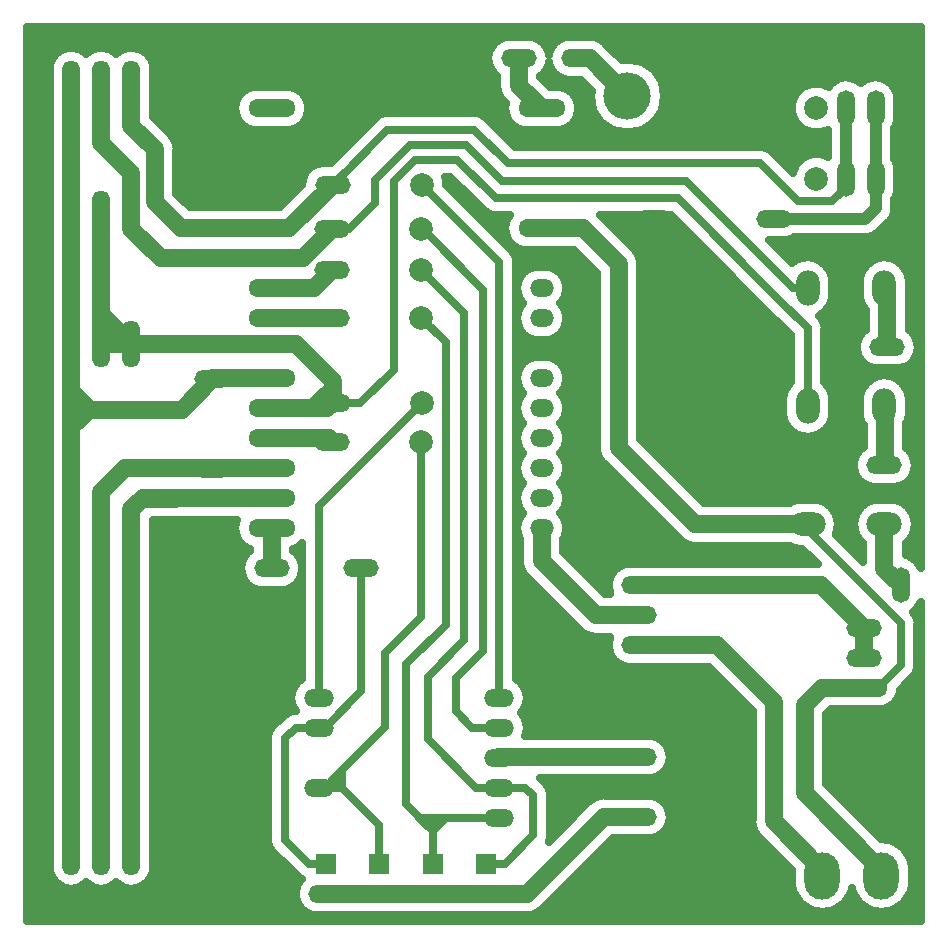
<source format=gbr>
G04 #@! TF.GenerationSoftware,KiCad,Pcbnew,5.0.0*
G04 #@! TF.CreationDate,2018-10-14T14:04:32-03:00*
G04 #@! TF.ProjectId,ShieldIoT-IFSP,536869656C64496F542D494653502E6B,3.4*
G04 #@! TF.SameCoordinates,Original*
G04 #@! TF.FileFunction,Copper,L2,Bot,Signal*
G04 #@! TF.FilePolarity,Positive*
%FSLAX46Y46*%
G04 Gerber Fmt 4.6, Leading zero omitted, Abs format (unit mm)*
G04 Created by KiCad (PCBNEW 5.0.0) date Sun Oct 14 14:04:32 2018*
%MOMM*%
%LPD*%
G01*
G04 APERTURE LIST*
G04 #@! TA.AperFunction,ComponentPad*
%ADD10O,3.000000X2.000000*%
G04 #@! TD*
G04 #@! TA.AperFunction,ComponentPad*
%ADD11O,4.000000X1.500000*%
G04 #@! TD*
G04 #@! TA.AperFunction,ComponentPad*
%ADD12O,2.000000X1.500000*%
G04 #@! TD*
G04 #@! TA.AperFunction,ComponentPad*
%ADD13C,2.000000*%
G04 #@! TD*
G04 #@! TA.AperFunction,ComponentPad*
%ADD14O,1.500000X3.000000*%
G04 #@! TD*
G04 #@! TA.AperFunction,ComponentPad*
%ADD15O,4.000000X4.000000*%
G04 #@! TD*
G04 #@! TA.AperFunction,ComponentPad*
%ADD16O,2.524000X1.524000*%
G04 #@! TD*
G04 #@! TA.AperFunction,ComponentPad*
%ADD17O,3.000000X1.500000*%
G04 #@! TD*
G04 #@! TA.AperFunction,ComponentPad*
%ADD18O,2.999740X4.000500*%
G04 #@! TD*
G04 #@! TA.AperFunction,ComponentPad*
%ADD19R,1.800000X1.800000*%
G04 #@! TD*
G04 #@! TA.AperFunction,ComponentPad*
%ADD20O,1.500000X4.000000*%
G04 #@! TD*
G04 #@! TA.AperFunction,ComponentPad*
%ADD21O,2.000000X3.000000*%
G04 #@! TD*
G04 #@! TA.AperFunction,Conductor*
%ADD22C,1.500000*%
G04 #@! TD*
G04 #@! TA.AperFunction,Conductor*
%ADD23C,0.700000*%
G04 #@! TD*
G04 #@! TA.AperFunction,Conductor*
%ADD24C,0.500000*%
G04 #@! TD*
G04 #@! TA.AperFunction,Conductor*
%ADD25C,1.000000*%
G04 #@! TD*
G04 #@! TA.AperFunction,Conductor*
%ADD26C,2.000000*%
G04 #@! TD*
G04 APERTURE END LIST*
D10*
G04 #@! TO.P,SW4,1*
G04 #@! TO.N,+3V3*
X80250000Y-56250000D03*
G04 #@! TO.P,SW4,2*
G04 #@! TO.N,Net-(R1-Pad1)*
X86750000Y-56250000D03*
G04 #@! TD*
D11*
G04 #@! TO.P,IC1,3V3*
G04 #@! TO.N,+3V3*
X34870000Y-21040000D03*
G04 #@! TO.P,IC1,GND*
G04 #@! TO.N,Earth*
X34870000Y-23580000D03*
G04 #@! TO.P,IC1,D0*
G04 #@! TO.N,GPIO16*
X34870000Y-56600000D03*
G04 #@! TO.P,IC1,D1*
G04 #@! TO.N,SCL*
X34870000Y-54060000D03*
G04 #@! TO.P,IC1,D2*
G04 #@! TO.N,SDA*
X34870000Y-51520000D03*
G04 #@! TO.P,IC1,D3*
G04 #@! TO.N,GPIO0*
X34870000Y-48980000D03*
G04 #@! TO.P,IC1,D4*
G04 #@! TO.N,GPIO2*
X34870000Y-46440000D03*
G04 #@! TO.P,IC1,3V3*
G04 #@! TO.N,+3V3*
X34870000Y-43900000D03*
G04 #@! TO.P,IC1,D5*
G04 #@! TO.N,GPIO14*
X34870000Y-38820000D03*
G04 #@! TO.P,IC1,D6*
G04 #@! TO.N,GPIO12*
X34870000Y-36280000D03*
G04 #@! TO.P,IC1,D7*
G04 #@! TO.N,GPIO13*
X34870000Y-33740000D03*
G04 #@! TO.P,IC1,D8*
G04 #@! TO.N,GPIO15*
X34870000Y-31200000D03*
G04 #@! TO.P,IC1,VIN*
G04 #@! TO.N,VCC*
X57730000Y-21040000D03*
G04 #@! TO.P,IC1,GND*
G04 #@! TO.N,Earth*
X57730000Y-23580000D03*
G04 #@! TO.P,IC1,3V3*
G04 #@! TO.N,+3V3*
X57730000Y-31200000D03*
G04 #@! TO.P,IC1,GND*
G04 #@! TO.N,Earth*
X57730000Y-33740000D03*
D12*
G04 #@! TO.P,IC1,CLK*
G04 #@! TO.N,Net-(IC1-PadCLK)*
X57730000Y-36280000D03*
G04 #@! TO.P,IC1,SD0*
G04 #@! TO.N,Net-(IC1-PadSD0)*
X57730000Y-38820000D03*
G04 #@! TO.P,IC1,SD1*
G04 #@! TO.N,Net-(IC1-PadSD1)*
X57730000Y-43900000D03*
G04 #@! TO.P,IC1,SD2*
G04 #@! TO.N,Net-(IC1-PadSD2)*
X57730000Y-46440000D03*
G04 #@! TO.P,IC1,SD3*
G04 #@! TO.N,Net-(IC1-PadSD3)*
X57730000Y-48980000D03*
G04 #@! TO.P,IC1,R2*
G04 #@! TO.N,Net-(IC1-PadR2)*
X57730000Y-51520000D03*
G04 #@! TO.P,IC1,R1*
G04 #@! TO.N,Net-(IC1-PadR1)*
X57730000Y-54060000D03*
G04 #@! TO.P,IC1,A0*
G04 #@! TO.N,ADC0*
X57730000Y-56600000D03*
G04 #@! TD*
D13*
G04 #@! TO.P,SW3,1*
G04 #@! TO.N,Net-(SW3-Pad1)*
X81000000Y-27000000D03*
D14*
G04 #@! TO.P,SW3,2*
G04 #@! TO.N,GPIO15*
X83500000Y-27000000D03*
G04 #@! TO.P,SW3,3*
G04 #@! TO.N,Net-(R4-Pad1)*
X86000000Y-27000000D03*
G04 #@! TO.P,SW3,4*
X86000000Y-21000000D03*
G04 #@! TO.P,SW3,5*
G04 #@! TO.N,GPIO15*
X83500000Y-21000000D03*
D13*
G04 #@! TO.P,SW3,6*
G04 #@! TO.N,Net-(SW3-Pad6)*
X81000000Y-21000000D03*
G04 #@! TD*
D15*
G04 #@! TO.P,J1,1*
G04 #@! TO.N,Net-(D5-Pad2)*
X65000000Y-20000000D03*
G04 #@! TO.P,J1,2*
G04 #@! TO.N,Earth*
X70000000Y-20000000D03*
G04 #@! TD*
D16*
G04 #@! TO.P,U1,10*
G04 #@! TO.N,G*
X54120000Y-70920000D03*
G04 #@! TO.P,U1,9*
G04 #@! TO.N,F*
X54120000Y-73460000D03*
G04 #@! TO.P,U1,8*
G04 #@! TO.N,LCD7*
X54120000Y-76000000D03*
G04 #@! TO.P,U1,7*
G04 #@! TO.N,A*
X54120000Y-78540000D03*
G04 #@! TO.P,U1,6*
G04 #@! TO.N,B*
X54120000Y-81080000D03*
G04 #@! TO.P,U1,4*
G04 #@! TO.N,C*
X38880000Y-78540000D03*
G04 #@! TO.P,U1,2*
G04 #@! TO.N,D*
X38880000Y-73460000D03*
G04 #@! TO.P,U1,1*
G04 #@! TO.N,E*
X38880000Y-70920000D03*
G04 #@! TD*
D17*
G04 #@! TO.P,J5,1*
G04 #@! TO.N,VAIN*
X85000000Y-65000000D03*
G04 #@! TO.P,J5,2*
X85000000Y-67540000D03*
D11*
G04 #@! TO.P,J5,3*
G04 #@! TO.N,+3V3*
X85000000Y-70080000D03*
G04 #@! TO.P,J5,4*
G04 #@! TO.N,Earth*
X85000000Y-72620000D03*
G04 #@! TD*
D17*
G04 #@! TO.P,JP2,3*
G04 #@! TO.N,LCD7*
X66000000Y-75960000D03*
G04 #@! TO.P,JP2,2*
G04 #@! TO.N,Earth*
X66000000Y-78500000D03*
G04 #@! TO.P,JP2,1*
G04 #@! TO.N,LED*
X66000000Y-81040000D03*
G04 #@! TD*
G04 #@! TO.P,JP1,3*
G04 #@! TO.N,VAIN*
X66000000Y-61420000D03*
G04 #@! TO.P,JP1,2*
G04 #@! TO.N,ADC0*
X66000000Y-63960000D03*
G04 #@! TO.P,JP1,1*
G04 #@! TO.N,POT*
X66000000Y-66500000D03*
G04 #@! TD*
D18*
G04 #@! TO.P,RV1,2*
G04 #@! TO.N,POT*
X81498740Y-86000000D03*
G04 #@! TO.P,RV1,3*
G04 #@! TO.N,Earth*
X76497480Y-86000000D03*
G04 #@! TO.P,RV1,1*
G04 #@! TO.N,+3V3*
X86500000Y-86000000D03*
G04 #@! TD*
D17*
G04 #@! TO.P,R11,1*
G04 #@! TO.N,GPIO15*
X40040640Y-27500000D03*
D13*
G04 #@! TO.P,R11,2*
G04 #@! TO.N,G*
X47600000Y-27500000D03*
G04 #@! TD*
D17*
G04 #@! TO.P,R10,1*
G04 #@! TO.N,GPIO13*
X40000000Y-31250000D03*
D13*
G04 #@! TO.P,R10,2*
G04 #@! TO.N,F*
X47559360Y-31250000D03*
G04 #@! TD*
D17*
G04 #@! TO.P,R5,1*
G04 #@! TO.N,GPIO12*
X40000000Y-34750000D03*
D13*
G04 #@! TO.P,R5,2*
G04 #@! TO.N,A*
X47559360Y-34750000D03*
G04 #@! TD*
D17*
G04 #@! TO.P,R6,1*
G04 #@! TO.N,GPIO14*
X40000000Y-38750000D03*
D13*
G04 #@! TO.P,R6,2*
G04 #@! TO.N,B*
X47559360Y-38750000D03*
G04 #@! TD*
D17*
G04 #@! TO.P,R9,1*
G04 #@! TO.N,GPIO2*
X40040640Y-46000000D03*
D13*
G04 #@! TO.P,R9,2*
G04 #@! TO.N,E*
X47600000Y-46000000D03*
G04 #@! TD*
D17*
G04 #@! TO.P,R8,e*
G04 #@! TO.N,N/C*
X34874200Y-59994800D03*
X42433560Y-59994800D03*
G04 #@! TD*
G04 #@! TO.P,R7,1*
G04 #@! TO.N,GPIO0*
X40000000Y-49250000D03*
D13*
G04 #@! TO.P,R7,2*
G04 #@! TO.N,C*
X47559360Y-49250000D03*
G04 #@! TD*
D17*
G04 #@! TO.P,R2,1*
G04 #@! TO.N,+3V3*
X29800000Y-43990640D03*
G04 #@! TO.P,R2,2*
G04 #@! TO.N,SDA*
X29800000Y-51550000D03*
G04 #@! TD*
G04 #@! TO.P,R3,1*
G04 #@! TO.N,+3V3*
X26000000Y-46540640D03*
G04 #@! TO.P,R3,2*
G04 #@! TO.N,SCL*
X26000000Y-54100000D03*
G04 #@! TD*
D19*
G04 #@! TO.P,D4,1*
G04 #@! TO.N,A*
X53000000Y-85000000D03*
D17*
G04 #@! TO.P,D4,2*
G04 #@! TO.N,LED*
X53000000Y-87540000D03*
G04 #@! TD*
D19*
G04 #@! TO.P,D3,1*
G04 #@! TO.N,B*
X48500000Y-85000000D03*
D17*
G04 #@! TO.P,D3,2*
G04 #@! TO.N,LED*
X48500000Y-87540000D03*
G04 #@! TD*
D19*
G04 #@! TO.P,D2,1*
G04 #@! TO.N,C*
X44000000Y-85000000D03*
D17*
G04 #@! TO.P,D2,2*
G04 #@! TO.N,LED*
X44000000Y-87540000D03*
G04 #@! TD*
D19*
G04 #@! TO.P,D1,1*
G04 #@! TO.N,D*
X39500000Y-85000000D03*
D17*
G04 #@! TO.P,D1,2*
G04 #@! TO.N,LED*
X39500000Y-87540000D03*
G04 #@! TD*
D20*
G04 #@! TO.P,J3,1*
G04 #@! TO.N,SCL*
X23000000Y-84000000D03*
G04 #@! TO.P,J3,2*
G04 #@! TO.N,SDA*
X20460000Y-84000000D03*
G04 #@! TO.P,J3,3*
G04 #@! TO.N,+3V3*
X17920000Y-84000000D03*
G04 #@! TO.P,J3,4*
G04 #@! TO.N,Earth*
X15380000Y-84000000D03*
G04 #@! TD*
G04 #@! TO.P,J2,1*
G04 #@! TO.N,SCL*
X23000000Y-73000000D03*
G04 #@! TO.P,J2,2*
G04 #@! TO.N,SDA*
X20460000Y-73000000D03*
G04 #@! TO.P,J2,3*
G04 #@! TO.N,+3V3*
X17920000Y-73000000D03*
G04 #@! TO.P,J2,4*
G04 #@! TO.N,Earth*
X15380000Y-73000000D03*
G04 #@! TD*
G04 #@! TO.P,J4,1*
G04 #@! TO.N,SCL*
X23000000Y-62000000D03*
G04 #@! TO.P,J4,2*
G04 #@! TO.N,SDA*
X20460000Y-62000000D03*
G04 #@! TO.P,J4,3*
G04 #@! TO.N,+3V3*
X17920000Y-62000000D03*
G04 #@! TO.P,J4,4*
G04 #@! TO.N,Earth*
X15380000Y-62000000D03*
G04 #@! TD*
G04 #@! TO.P,J8,1*
G04 #@! TO.N,GPIO2*
X23000000Y-41000000D03*
G04 #@! TO.P,J8,2*
X20460000Y-41000000D03*
G04 #@! TO.P,J8,3*
G04 #@! TO.N,+3V3*
X17920000Y-41000000D03*
G04 #@! TO.P,J8,4*
G04 #@! TO.N,Earth*
X15380000Y-41000000D03*
G04 #@! TD*
G04 #@! TO.P,J7,1*
G04 #@! TO.N,GPIO13*
X23000000Y-30000000D03*
G04 #@! TO.P,J7,2*
G04 #@! TO.N,GPIO2*
X20460000Y-30000000D03*
G04 #@! TO.P,J7,3*
G04 #@! TO.N,+3V3*
X17920000Y-30000000D03*
G04 #@! TO.P,J7,4*
G04 #@! TO.N,Earth*
X15380000Y-30000000D03*
G04 #@! TD*
G04 #@! TO.P,J6,1*
G04 #@! TO.N,GPIO15*
X23000000Y-19000000D03*
G04 #@! TO.P,J6,2*
G04 #@! TO.N,GPIO13*
X20460000Y-19000000D03*
G04 #@! TO.P,J6,3*
G04 #@! TO.N,+3V3*
X17920000Y-19000000D03*
G04 #@! TO.P,J6,4*
G04 #@! TO.N,Earth*
X15380000Y-19000000D03*
G04 #@! TD*
D17*
G04 #@! TO.P,D5,2*
G04 #@! TO.N,Net-(D5-Pad2)*
X60880000Y-16800000D03*
G04 #@! TO.P,D5,1*
G04 #@! TO.N,VCC*
X55800000Y-16800000D03*
G04 #@! TD*
G04 #@! TO.P,R4,2*
G04 #@! TO.N,Earth*
X67240000Y-30400000D03*
G04 #@! TO.P,R4,1*
G04 #@! TO.N,Net-(R4-Pad1)*
X77400000Y-30400000D03*
G04 #@! TD*
G04 #@! TO.P,R12,2*
G04 #@! TO.N,Earth*
X76590000Y-51250000D03*
G04 #@! TO.P,R12,1*
G04 #@! TO.N,Net-(R12-Pad1)*
X86750000Y-51250000D03*
G04 #@! TD*
G04 #@! TO.P,R13,1*
G04 #@! TO.N,Net-(R13-Pad1)*
X87000000Y-41250000D03*
G04 #@! TO.P,R13,2*
G04 #@! TO.N,Earth*
X76840000Y-41250000D03*
G04 #@! TD*
D21*
G04 #@! TO.P,SW2,1*
G04 #@! TO.N,GPIO13*
X80250000Y-36250000D03*
G04 #@! TO.P,SW2,2*
G04 #@! TO.N,Net-(R13-Pad1)*
X86750000Y-36250000D03*
G04 #@! TD*
G04 #@! TO.P,SW1,1*
G04 #@! TO.N,GPIO2*
X80250000Y-46250000D03*
G04 #@! TO.P,SW1,2*
G04 #@! TO.N,Net-(R12-Pad1)*
X86750000Y-46250000D03*
G04 #@! TD*
D17*
G04 #@! TO.P,R14,2*
G04 #@! TO.N,Earth*
X71990000Y-71580000D03*
G04 #@! TO.P,R14,1*
G04 #@! TO.N,VAIN*
X71990000Y-61420000D03*
G04 #@! TD*
D14*
G04 #@! TO.P,R1,1*
G04 #@! TO.N,Net-(R1-Pad1)*
X88150000Y-61400000D03*
D17*
G04 #@! TO.P,R1,2*
G04 #@! TO.N,VAIN*
X77990000Y-61400000D03*
G04 #@! TD*
D22*
G04 #@! TO.N,LED*
X39500000Y-87540000D02*
X53000000Y-87540000D01*
X56500000Y-87540000D02*
X56000000Y-87540000D01*
X63000000Y-81040000D02*
X56500000Y-87540000D01*
X56000000Y-87540000D02*
X53000000Y-87540000D01*
X66000000Y-81040000D02*
X63000000Y-81040000D01*
D23*
G04 #@! TO.N,D*
X36000000Y-83000000D02*
X38000000Y-85000000D01*
X36000000Y-74378000D02*
X36000000Y-83000000D01*
X38880000Y-73460000D02*
X36918000Y-73460000D01*
X38000000Y-85000000D02*
X39500000Y-85000000D01*
X36918000Y-73460000D02*
X36000000Y-74378000D01*
X42433560Y-70406440D02*
X42433560Y-69799200D01*
X38880000Y-73460000D02*
X39380000Y-73460000D01*
X39380000Y-73460000D02*
X42433560Y-70406440D01*
X42433560Y-59994800D02*
X42433560Y-69799200D01*
G04 #@! TO.N,C*
X43878000Y-85000000D02*
X44000000Y-85000000D01*
X47559360Y-64099040D02*
X47559360Y-49250000D01*
X44500800Y-67157600D02*
X47559360Y-64099040D01*
X44500800Y-73419200D02*
X44500800Y-67157600D01*
X38880000Y-78540000D02*
X39380000Y-78540000D01*
X44000000Y-83400000D02*
X44000000Y-85000000D01*
X44000000Y-81698000D02*
X44000000Y-83400000D01*
X40842000Y-78540000D02*
X44000000Y-81698000D01*
X38880000Y-78540000D02*
X40842000Y-78540000D01*
X40842000Y-77078000D02*
X40868600Y-77051400D01*
X40868600Y-77051400D02*
X44500800Y-73419200D01*
X39380000Y-78540000D02*
X40868600Y-77051400D01*
X40330800Y-78540000D02*
X40842000Y-78028800D01*
X38880000Y-78540000D02*
X40330800Y-78540000D01*
X40842000Y-78028800D02*
X40842000Y-77078000D01*
X40842000Y-78540000D02*
X40842000Y-78028800D01*
G04 #@! TO.N,B*
X52158000Y-81080000D02*
X54120000Y-81080000D01*
X50820000Y-81080000D02*
X52158000Y-81080000D01*
X48500000Y-81180000D02*
X48400000Y-81080000D01*
X47380000Y-81080000D02*
X48500000Y-82200000D01*
X48500000Y-82200000D02*
X48500000Y-81180000D01*
X48500000Y-85000000D02*
X48500000Y-82200000D01*
X48500000Y-82180000D02*
X49600000Y-81080000D01*
X48400000Y-81080000D02*
X49600000Y-81080000D01*
X48500000Y-82200000D02*
X48500000Y-82180000D01*
X49600000Y-81080000D02*
X50820000Y-81080000D01*
X47559360Y-38750000D02*
X49600000Y-40790640D01*
X49600000Y-40790640D02*
X49600000Y-57912000D01*
X49600000Y-57912000D02*
X49600000Y-64750800D01*
X49600000Y-57912000D02*
X49600000Y-59800000D01*
X49600000Y-64750800D02*
X46253400Y-68097400D01*
X46253400Y-79953400D02*
X48500000Y-82200000D01*
X46253400Y-68097400D02*
X46253400Y-79953400D01*
X54120000Y-81080000D02*
X47380000Y-81080000D01*
G04 #@! TO.N,A*
X54600000Y-85000000D02*
X57000000Y-82600000D01*
X53000000Y-85000000D02*
X54600000Y-85000000D01*
X57000000Y-82600000D02*
X57000000Y-79200000D01*
X56340000Y-78540000D02*
X54120000Y-78540000D01*
X57000000Y-79200000D02*
X56340000Y-78540000D01*
X47559360Y-34750000D02*
X48559359Y-35749999D01*
X48559359Y-35749999D02*
X48559359Y-35759359D01*
X47559360Y-34750000D02*
X50850800Y-38041440D01*
X48559359Y-35759359D02*
X51200000Y-38400000D01*
X51200000Y-38400000D02*
X51200000Y-59486800D01*
X51200000Y-59486800D02*
X51200000Y-60452000D01*
X51200000Y-66021000D02*
X51200000Y-59486800D01*
X48071600Y-69149400D02*
X51200000Y-66021000D01*
X48071600Y-74453600D02*
X48071600Y-69149400D01*
X52158000Y-78540000D02*
X48071600Y-74453600D01*
X54120000Y-78540000D02*
X52158000Y-78540000D01*
D22*
G04 #@! TO.N,ADC0*
X57730000Y-59383800D02*
X62306200Y-63960000D01*
X57730000Y-56600000D02*
X57730000Y-59383800D01*
X66000000Y-63960000D02*
X62306200Y-63960000D01*
G04 #@! TO.N,Earth*
X15380000Y-57000000D02*
X15380000Y-53500000D01*
X15380000Y-55000000D02*
X15380000Y-77000000D01*
X15380000Y-19000000D02*
X15380000Y-55000000D01*
X66420000Y-23580000D02*
X70000000Y-20000000D01*
X57730000Y-23580000D02*
X66420000Y-23580000D01*
X15380000Y-62000000D02*
X15380000Y-84000000D01*
G04 #@! TO.N,+3V3*
X29890640Y-43900000D02*
X29800000Y-43990640D01*
X34870000Y-43900000D02*
X29890640Y-43900000D01*
X27250000Y-46540640D02*
X29800000Y-43990640D01*
X26000000Y-46540640D02*
X27250000Y-46540640D01*
X17920000Y-19500000D02*
X17920000Y-38000000D01*
X17920000Y-46000000D02*
X17920000Y-48000000D01*
X17920000Y-48000000D02*
X17920000Y-57000000D01*
X17920000Y-38000000D02*
X17920000Y-45000000D01*
X17920000Y-45000000D02*
X17920000Y-46000000D01*
X17920000Y-77000000D02*
X17920000Y-55000000D01*
D23*
X57730000Y-31200000D02*
X56400000Y-31200000D01*
D22*
X17920000Y-62000000D02*
X17920000Y-84000000D01*
X86500000Y-85499620D02*
X86500000Y-86000000D01*
X81500000Y-70080000D02*
X80025000Y-71555000D01*
X80025000Y-79024620D02*
X86500000Y-85499620D01*
X80025000Y-71555000D02*
X80025000Y-79024620D01*
X85000000Y-70080000D02*
X81500000Y-70080000D01*
X18460640Y-46540640D02*
X17920000Y-46000000D01*
X19460640Y-46540640D02*
X17920000Y-45000000D01*
X20193000Y-46540640D02*
X19460640Y-46540640D01*
X26000000Y-46540640D02*
X20193000Y-46540640D01*
X20193000Y-46540640D02*
X18460640Y-46540640D01*
X19379360Y-46540640D02*
X17920000Y-48000000D01*
X20193000Y-46540640D02*
X19379360Y-46540640D01*
D23*
X86250000Y-70080000D02*
X85000000Y-70080000D01*
X88138000Y-68192000D02*
X86250000Y-70080000D01*
D22*
X61230000Y-31200000D02*
X64250000Y-34220000D01*
X57730000Y-31200000D02*
X61230000Y-31200000D01*
X64250000Y-34220000D02*
X64250000Y-49772000D01*
X64250000Y-49772000D02*
X68072000Y-53594000D01*
X70728000Y-56250000D02*
X64250000Y-49772000D01*
X80250000Y-56250000D02*
X70728000Y-56250000D01*
D23*
X88138000Y-64638000D02*
X88138000Y-68192000D01*
X80250000Y-56750000D02*
X88138000Y-64638000D01*
X80250000Y-56250000D02*
X80250000Y-56750000D01*
D22*
G04 #@! TO.N,VCC*
X55800000Y-19110000D02*
X57730000Y-21040000D01*
X55800000Y-16800000D02*
X55800000Y-19110000D01*
G04 #@! TO.N,GPIO15*
X36340640Y-31200000D02*
X40040640Y-27500000D01*
X34870000Y-31200000D02*
X36340640Y-31200000D01*
X34870000Y-31200000D02*
X27200000Y-31200000D01*
X27200000Y-31200000D02*
X25000000Y-29000000D01*
X23000000Y-22500000D02*
X23000000Y-19000000D01*
X25000000Y-24500000D02*
X23000000Y-22500000D01*
X25000000Y-29000000D02*
X25000000Y-24500000D01*
D23*
X66400000Y-25699999D02*
X65200000Y-25699999D01*
D24*
X40040640Y-27500000D02*
X43940640Y-23600000D01*
D25*
X83500000Y-21000000D02*
X83500000Y-27000000D01*
D23*
X41040639Y-26500001D02*
X41063999Y-26500001D01*
X40040640Y-27500000D02*
X41040639Y-26500001D01*
X40040640Y-27500000D02*
X44680640Y-22860000D01*
X52024001Y-22860000D02*
X54864000Y-25699999D01*
X44680640Y-22860000D02*
X52024001Y-22860000D01*
X54864000Y-25699999D02*
X65200000Y-25699999D01*
X65200000Y-25699999D02*
X76199999Y-25699999D01*
X83500000Y-27750000D02*
X82344800Y-28905200D01*
X82344800Y-28905200D02*
X79405200Y-28905200D01*
X83500000Y-27000000D02*
X83500000Y-27750000D01*
X76199999Y-25699999D02*
X79405200Y-28905200D01*
D22*
G04 #@! TO.N,GPIO13*
X37510000Y-33740000D02*
X40000000Y-31250000D01*
X34870000Y-33740000D02*
X37510000Y-33740000D01*
X20460000Y-22500000D02*
X20460000Y-19000000D01*
X20460000Y-23960000D02*
X20460000Y-22500000D01*
X23000000Y-26500000D02*
X20460000Y-23960000D01*
X23000000Y-30000000D02*
X23000000Y-26500000D01*
X23000000Y-31250000D02*
X23000000Y-30000000D01*
X25490000Y-33740000D02*
X23000000Y-31250000D01*
X34870000Y-33740000D02*
X25490000Y-33740000D01*
D23*
X46570000Y-24130000D02*
X51308000Y-24130000D01*
X51308000Y-24130000D02*
X54378000Y-27200000D01*
X54378000Y-27200000D02*
X69967766Y-27200000D01*
X43623600Y-29040613D02*
X43623600Y-27076400D01*
X41414213Y-31250000D02*
X43623600Y-29040613D01*
X40000000Y-31250000D02*
X41414213Y-31250000D01*
X43623600Y-27076400D02*
X46570000Y-24130000D01*
X80500000Y-36250000D02*
X79085787Y-36250000D01*
X69967766Y-27200000D02*
X76267766Y-33500000D01*
X79017766Y-36250000D02*
X69967766Y-27200000D01*
X80500000Y-36250000D02*
X79017766Y-36250000D01*
D22*
G04 #@! TO.N,GPIO12*
X38470000Y-36280000D02*
X40000000Y-34750000D01*
X34870000Y-36280000D02*
X38470000Y-36280000D01*
G04 #@! TO.N,GPIO14*
X39930000Y-38820000D02*
X40000000Y-38750000D01*
X34870000Y-38820000D02*
X39930000Y-38820000D01*
G04 #@! TO.N,GPIO2*
X20750000Y-41000000D02*
X20460000Y-40710000D01*
X23000000Y-41000000D02*
X20750000Y-41000000D01*
X23000000Y-41000000D02*
X23000000Y-40000000D01*
X20460000Y-38460000D02*
X23000000Y-41000000D01*
X20460000Y-30000000D02*
X20460000Y-37000000D01*
X20460000Y-41000000D02*
X20460000Y-37000000D01*
X20460000Y-37000000D02*
X20460000Y-38460000D01*
X39600640Y-46440000D02*
X40040640Y-46000000D01*
X34870000Y-46440000D02*
X39600640Y-46440000D01*
D23*
X42392000Y-46000000D02*
X40040640Y-46000000D01*
X45212000Y-43180000D02*
X42392000Y-46000000D01*
X45212000Y-27178000D02*
X45212000Y-43180000D01*
X69250000Y-28650000D02*
X53848000Y-28650000D01*
X53848000Y-28650000D02*
X50598000Y-25400000D01*
X50598000Y-25400000D02*
X46990000Y-25400000D01*
X46990000Y-25400000D02*
X45212000Y-27178000D01*
X80250000Y-39650000D02*
X77750000Y-37150000D01*
X80250000Y-46250000D02*
X80250000Y-39650000D01*
X77750000Y-37150000D02*
X69250000Y-28650000D01*
D22*
X20460000Y-41000000D02*
X36936000Y-41000000D01*
X40040640Y-44104640D02*
X40040640Y-46000000D01*
X38370000Y-46440000D02*
X40040640Y-44769360D01*
X40040640Y-44769360D02*
X40040640Y-44104640D01*
X34870000Y-46440000D02*
X38370000Y-46440000D01*
X36936000Y-41000000D02*
X40040640Y-44104640D01*
G04 #@! TO.N,GPIO0*
X39730000Y-48980000D02*
X40000000Y-49250000D01*
X34870000Y-48980000D02*
X39730000Y-48980000D01*
G04 #@! TO.N,SDA*
X22440000Y-51520000D02*
X34870000Y-51520000D01*
X20460000Y-57000000D02*
X20460000Y-53500000D01*
X20460000Y-53500000D02*
X22440000Y-51520000D01*
X20460000Y-58500000D02*
X20460000Y-77000000D01*
X20460000Y-55000000D02*
X20460000Y-58500000D01*
X20460000Y-80500000D02*
X20460000Y-62000000D01*
X20460000Y-84000000D02*
X20460000Y-80500000D01*
G04 #@! TO.N,SCL*
X23000000Y-57000000D02*
X23000000Y-55000000D01*
X23940000Y-54060000D02*
X34870000Y-54060000D01*
X23000000Y-55000000D02*
X23940000Y-54060000D01*
X23000000Y-77000000D02*
X23000000Y-55000000D01*
X23900000Y-54100000D02*
X23000000Y-55000000D01*
X26000000Y-54100000D02*
X23900000Y-54100000D01*
X23000000Y-62000000D02*
X23000000Y-84000000D01*
G04 #@! TO.N,GPIO16*
X34870000Y-59990600D02*
X34874200Y-59994800D01*
X34870000Y-56600000D02*
X34870000Y-59990600D01*
G04 #@! TO.N,VAIN*
X85000000Y-67540000D02*
X85000000Y-65000000D01*
X77970000Y-61420000D02*
X77990000Y-61400000D01*
X66000000Y-61420000D02*
X77970000Y-61420000D01*
X66000000Y-61420000D02*
X71990000Y-61420000D01*
X81400000Y-61400000D02*
X85000000Y-65000000D01*
X77990000Y-61400000D02*
X81400000Y-61400000D01*
G04 #@! TO.N,POT*
X81498740Y-85499620D02*
X77550000Y-81550880D01*
X77400000Y-81400880D02*
X81498740Y-85499620D01*
X81498740Y-85499620D02*
X81498740Y-86000000D01*
X66000000Y-66500000D02*
X72620000Y-66500000D01*
X77400000Y-71280000D02*
X77400000Y-81400880D01*
X72620000Y-66500000D02*
X77400000Y-71280000D01*
G04 #@! TO.N,LCD7*
X54160000Y-75960000D02*
X54120000Y-76000000D01*
X66000000Y-75960000D02*
X54160000Y-75960000D01*
D25*
G04 #@! TO.N,Net-(R4-Pad1)*
X77400000Y-30400000D02*
X78531370Y-30400000D01*
X86000000Y-21000000D02*
X86000000Y-27000000D01*
X85100000Y-30400000D02*
X86000000Y-29500000D01*
X86000000Y-29500000D02*
X86000000Y-27000000D01*
X77400000Y-30400000D02*
X85100000Y-30400000D01*
D23*
G04 #@! TO.N,E*
X38880000Y-54720000D02*
X38880000Y-57000000D01*
X47600000Y-46000000D02*
X38880000Y-54720000D01*
X38880000Y-57000000D02*
X38880000Y-70920000D01*
G04 #@! TO.N,F*
X51870000Y-73460000D02*
X54120000Y-73460000D01*
X50495200Y-72085200D02*
X51870000Y-73460000D01*
X47559360Y-31250000D02*
X47650000Y-31250000D01*
X50495200Y-69291200D02*
X50495200Y-72085200D01*
X47650000Y-31250000D02*
X52800000Y-36400000D01*
X52800000Y-66986400D02*
X50495200Y-69291200D01*
X52800000Y-36400000D02*
X52800000Y-66986400D01*
G04 #@! TO.N,G*
X47600000Y-27500000D02*
X54120000Y-34020000D01*
X54120000Y-56235600D02*
X54120000Y-70920000D01*
X54120000Y-34020000D02*
X54120000Y-56235600D01*
D22*
G04 #@! TO.N,Net-(R12-Pad1)*
X86810000Y-50990000D02*
X86800000Y-51000000D01*
X86810000Y-46000000D02*
X86810000Y-50990000D01*
G04 #@! TO.N,Net-(R13-Pad1)*
X86810000Y-40790000D02*
X86800000Y-40800000D01*
X87000000Y-36500000D02*
X86750000Y-36250000D01*
X87000000Y-41250000D02*
X87000000Y-36500000D01*
D26*
G04 #@! TO.N,Net-(D5-Pad2)*
X65000000Y-20000000D02*
X64080000Y-20000000D01*
D22*
X61800000Y-16800000D02*
X65000000Y-20000000D01*
X60880000Y-16800000D02*
X61800000Y-16800000D01*
G04 #@! TO.N,Net-(R1-Pad1)*
X86750000Y-60000000D02*
X88150000Y-61400000D01*
X86750000Y-56250000D02*
X86750000Y-60000000D01*
G04 #@! TD*
D23*
G04 #@! TO.N,Earth*
G36*
X89865000Y-59994139D02*
X89854982Y-59943773D01*
X89454937Y-59345063D01*
X88856227Y-58945018D01*
X88560000Y-58886095D01*
X88560000Y-57852226D01*
X88735177Y-57735177D01*
X89190477Y-57053772D01*
X89350357Y-56250000D01*
X89190477Y-55446228D01*
X88735177Y-54764823D01*
X88053772Y-54309523D01*
X87452889Y-54190000D01*
X86047111Y-54190000D01*
X85446228Y-54309523D01*
X84764823Y-54764823D01*
X84309523Y-55446228D01*
X84149643Y-56250000D01*
X84309523Y-57053772D01*
X84764823Y-57735177D01*
X84940000Y-57852227D01*
X84940001Y-59445960D01*
X82633334Y-57139293D01*
X82690477Y-57053772D01*
X82850357Y-56250000D01*
X82690477Y-55446228D01*
X82235177Y-54764823D01*
X81553772Y-54309523D01*
X80952889Y-54190000D01*
X79547111Y-54190000D01*
X78946228Y-54309523D01*
X78750955Y-54440000D01*
X71477727Y-54440000D01*
X69477915Y-52440188D01*
X68287727Y-51250000D01*
X84154541Y-51250000D01*
X84295018Y-51956227D01*
X84695063Y-52554937D01*
X85293773Y-52954982D01*
X85821735Y-53060000D01*
X87678265Y-53060000D01*
X88206227Y-52954982D01*
X88804937Y-52554937D01*
X89204982Y-51956227D01*
X89345459Y-51250000D01*
X89204982Y-50543773D01*
X88804937Y-49945063D01*
X88620000Y-49821492D01*
X88620000Y-47659248D01*
X88690477Y-47553771D01*
X88810000Y-46952888D01*
X88810000Y-45547111D01*
X88690477Y-44946228D01*
X88235177Y-44264823D01*
X87553771Y-43809523D01*
X86750000Y-43649643D01*
X85946228Y-43809523D01*
X85264823Y-44264823D01*
X84809523Y-44946229D01*
X84690000Y-45547112D01*
X84690000Y-46952889D01*
X84809523Y-47553772D01*
X85000000Y-47838841D01*
X85000001Y-49741310D01*
X84695063Y-49945063D01*
X84295018Y-50543773D01*
X84154541Y-51250000D01*
X68287727Y-51250000D01*
X66060000Y-49022275D01*
X66060000Y-34398265D01*
X66095459Y-34220000D01*
X65954982Y-33513773D01*
X65554937Y-32915063D01*
X65403808Y-32814082D01*
X62649725Y-30060000D01*
X68665960Y-30060000D01*
X76851175Y-38245216D01*
X76851178Y-38245218D01*
X78840001Y-40234042D01*
X78840000Y-44214591D01*
X78764823Y-44264823D01*
X78309523Y-44946229D01*
X78190000Y-45547112D01*
X78190000Y-46952889D01*
X78309523Y-47553772D01*
X78764824Y-48235177D01*
X79446229Y-48690477D01*
X80250000Y-48850357D01*
X81053772Y-48690477D01*
X81735177Y-48235177D01*
X82190477Y-47553771D01*
X82310000Y-46952888D01*
X82310000Y-45547111D01*
X82190477Y-44946228D01*
X81735177Y-44264823D01*
X81660000Y-44214591D01*
X81660000Y-41250000D01*
X84404541Y-41250000D01*
X84545018Y-41956227D01*
X84945063Y-42554937D01*
X85543773Y-42954982D01*
X86071735Y-43060000D01*
X86821735Y-43060000D01*
X87000000Y-43095459D01*
X87178265Y-43060000D01*
X87928265Y-43060000D01*
X88456227Y-42954982D01*
X89054937Y-42554937D01*
X89454982Y-41956227D01*
X89595459Y-41250000D01*
X89454982Y-40543773D01*
X89054937Y-39945063D01*
X88810000Y-39781401D01*
X88810000Y-36678263D01*
X88845459Y-36499999D01*
X88810000Y-36321735D01*
X88810000Y-35547111D01*
X88690477Y-34946228D01*
X88235177Y-34264823D01*
X87553771Y-33809523D01*
X86750000Y-33649643D01*
X85946228Y-33809523D01*
X85264823Y-34264823D01*
X84809523Y-34946229D01*
X84690000Y-35547112D01*
X84690000Y-36952889D01*
X84809523Y-37553772D01*
X85190001Y-38123196D01*
X85190000Y-39781401D01*
X84945063Y-39945063D01*
X84545018Y-40543773D01*
X84404541Y-41250000D01*
X81660000Y-41250000D01*
X81660000Y-39788869D01*
X81687623Y-39650000D01*
X81578190Y-39099846D01*
X81578190Y-39099845D01*
X81266553Y-38633447D01*
X81202838Y-38590874D01*
X81735177Y-38235177D01*
X82190477Y-37553771D01*
X82310000Y-36952888D01*
X82310000Y-35547111D01*
X82190477Y-34946228D01*
X81735177Y-34264823D01*
X81053771Y-33809523D01*
X80250000Y-33649643D01*
X79446228Y-33809523D01*
X78921765Y-34159958D01*
X76971807Y-32210000D01*
X78328265Y-32210000D01*
X78856227Y-32104982D01*
X79073208Y-31960000D01*
X84946358Y-31960000D01*
X85100000Y-31990561D01*
X85253642Y-31960000D01*
X85253646Y-31960000D01*
X85708682Y-31869488D01*
X86224697Y-31524697D01*
X86311732Y-31394440D01*
X86994440Y-30711732D01*
X87124697Y-30624697D01*
X87469488Y-30108682D01*
X87560000Y-29653646D01*
X87560000Y-29653642D01*
X87590561Y-29500001D01*
X87560000Y-29346360D01*
X87560000Y-28673208D01*
X87704982Y-28456227D01*
X87810000Y-27928265D01*
X87810000Y-26071735D01*
X87704982Y-25543773D01*
X87560000Y-25326792D01*
X87560000Y-22673208D01*
X87704982Y-22456227D01*
X87810000Y-21928265D01*
X87810000Y-20071735D01*
X87704982Y-19543773D01*
X87304937Y-18945063D01*
X86706226Y-18545018D01*
X86000000Y-18404541D01*
X85293773Y-18545018D01*
X84750000Y-18908355D01*
X84206226Y-18545018D01*
X83500000Y-18404541D01*
X82793773Y-18545018D01*
X82195063Y-18945063D01*
X82027481Y-19195868D01*
X81409760Y-18940000D01*
X80590240Y-18940000D01*
X79833104Y-19253616D01*
X79253616Y-19833104D01*
X78940000Y-20590240D01*
X78940000Y-21409760D01*
X79253616Y-22166896D01*
X79833104Y-22746384D01*
X80590240Y-23060000D01*
X81409760Y-23060000D01*
X81940000Y-22840367D01*
X81940001Y-25159633D01*
X81409760Y-24940000D01*
X80590240Y-24940000D01*
X79833104Y-25253616D01*
X79253616Y-25833104D01*
X78982259Y-26488218D01*
X77295218Y-24801178D01*
X77216552Y-24683446D01*
X76750154Y-24371809D01*
X76338869Y-24289999D01*
X76338868Y-24289999D01*
X76199999Y-24262376D01*
X76061130Y-24289999D01*
X55448041Y-24289999D01*
X53119220Y-21961179D01*
X53040554Y-21843447D01*
X52574156Y-21531810D01*
X52162871Y-21450000D01*
X52162870Y-21450000D01*
X52024001Y-21422377D01*
X51885132Y-21450000D01*
X44819509Y-21450000D01*
X44680640Y-21422377D01*
X44541771Y-21450000D01*
X44541770Y-21450000D01*
X44130485Y-21531810D01*
X43664087Y-21843447D01*
X43585423Y-21961176D01*
X40141817Y-25404783D01*
X40024086Y-25483448D01*
X39945422Y-25601177D01*
X39856599Y-25690000D01*
X39112375Y-25690000D01*
X38584413Y-25795018D01*
X37985703Y-26195063D01*
X37585658Y-26793773D01*
X37445181Y-27500000D01*
X37451109Y-27529804D01*
X35590915Y-29390000D01*
X27949726Y-29390000D01*
X26810000Y-28250275D01*
X26810000Y-24678264D01*
X26845459Y-24499999D01*
X26704982Y-23793773D01*
X26304937Y-23195063D01*
X26153807Y-23094081D01*
X24810000Y-21750275D01*
X24810000Y-21040000D01*
X31774541Y-21040000D01*
X31915018Y-21746227D01*
X32315063Y-22344937D01*
X32913773Y-22744982D01*
X33441735Y-22850000D01*
X36298265Y-22850000D01*
X36826227Y-22744982D01*
X37424937Y-22344937D01*
X37824982Y-21746227D01*
X37965459Y-21040000D01*
X37824982Y-20333773D01*
X37424937Y-19735063D01*
X36826227Y-19335018D01*
X36298265Y-19230000D01*
X33441735Y-19230000D01*
X32913773Y-19335018D01*
X32315063Y-19735063D01*
X31915018Y-20333773D01*
X31774541Y-21040000D01*
X24810000Y-21040000D01*
X24810000Y-17571735D01*
X24704982Y-17043773D01*
X24542099Y-16800000D01*
X53204541Y-16800000D01*
X53345018Y-17506227D01*
X53745063Y-18104937D01*
X53990001Y-18268599D01*
X53990001Y-18931731D01*
X53954541Y-19110000D01*
X54095018Y-19816226D01*
X54095019Y-19816227D01*
X54495064Y-20414937D01*
X54646193Y-20515918D01*
X54723425Y-20593150D01*
X54634541Y-21040000D01*
X54775018Y-21746227D01*
X55175063Y-22344937D01*
X55773773Y-22744982D01*
X56301735Y-22850000D01*
X57551734Y-22850000D01*
X57729999Y-22885459D01*
X57908264Y-22850000D01*
X59158265Y-22850000D01*
X59686227Y-22744982D01*
X60284937Y-22344937D01*
X60684982Y-21746227D01*
X60825459Y-21040000D01*
X60684982Y-20333773D01*
X60284937Y-19735063D01*
X59686227Y-19335018D01*
X59158265Y-19230000D01*
X58479726Y-19230000D01*
X57610000Y-18360274D01*
X57610000Y-18268599D01*
X57854937Y-18104937D01*
X58254982Y-17506227D01*
X58340000Y-17078812D01*
X58425018Y-17506227D01*
X58825063Y-18104937D01*
X59423773Y-18504982D01*
X59951735Y-18610000D01*
X61050275Y-18610000D01*
X61972999Y-19532725D01*
X61880052Y-20000000D01*
X62117544Y-21193952D01*
X62793864Y-22206136D01*
X63806048Y-22882456D01*
X64698621Y-23060000D01*
X65301379Y-23060000D01*
X66193952Y-22882456D01*
X67206136Y-22206136D01*
X67882456Y-21193952D01*
X68119948Y-20000000D01*
X67882456Y-18806048D01*
X67206136Y-17793864D01*
X66193952Y-17117544D01*
X65301379Y-16940000D01*
X64698621Y-16940000D01*
X64532725Y-16972999D01*
X63205920Y-15646195D01*
X63104937Y-15495063D01*
X62506227Y-15095018D01*
X61978265Y-14990000D01*
X61800000Y-14954541D01*
X61621735Y-14990000D01*
X59951735Y-14990000D01*
X59423773Y-15095018D01*
X58825063Y-15495063D01*
X58425018Y-16093773D01*
X58340000Y-16521188D01*
X58254982Y-16093773D01*
X57854937Y-15495063D01*
X57256227Y-15095018D01*
X56728265Y-14990000D01*
X55978265Y-14990000D01*
X55800000Y-14954541D01*
X55621735Y-14990000D01*
X54871735Y-14990000D01*
X54343773Y-15095018D01*
X53745063Y-15495063D01*
X53345018Y-16093773D01*
X53204541Y-16800000D01*
X24542099Y-16800000D01*
X24304937Y-16445063D01*
X23706227Y-16045018D01*
X23000000Y-15904541D01*
X22293774Y-16045018D01*
X21730000Y-16421719D01*
X21166227Y-16045018D01*
X20460000Y-15904541D01*
X19753774Y-16045018D01*
X19190000Y-16421719D01*
X18626227Y-16045018D01*
X17920000Y-15904541D01*
X17213774Y-16045018D01*
X16615064Y-16445063D01*
X16215019Y-17043773D01*
X16110001Y-17571735D01*
X16110000Y-19321734D01*
X16110000Y-19321736D01*
X16110001Y-28766553D01*
X16110000Y-31428264D01*
X16110001Y-31428267D01*
X16110001Y-37821731D01*
X16110000Y-37821736D01*
X16110000Y-42428264D01*
X16110001Y-42428267D01*
X16110001Y-44821731D01*
X16074541Y-45000000D01*
X16110000Y-45178265D01*
X16110000Y-45821735D01*
X16074541Y-46000000D01*
X16110000Y-46178265D01*
X16110001Y-47821731D01*
X16074541Y-48000000D01*
X16110000Y-48178265D01*
X16110001Y-54821735D01*
X16110001Y-61821733D01*
X16110000Y-61821736D01*
X16110000Y-77178264D01*
X16110001Y-77178267D01*
X16110001Y-82571735D01*
X16110000Y-85428264D01*
X16215018Y-85956226D01*
X16615063Y-86554937D01*
X17213773Y-86954982D01*
X17920000Y-87095459D01*
X18626226Y-86954982D01*
X19190000Y-86578281D01*
X19753773Y-86954982D01*
X20460000Y-87095459D01*
X21166226Y-86954982D01*
X21730000Y-86578281D01*
X22293773Y-86954982D01*
X23000000Y-87095459D01*
X23706226Y-86954982D01*
X24304937Y-86554937D01*
X24704982Y-85956227D01*
X24810000Y-85428265D01*
X24810000Y-55910000D01*
X26928265Y-55910000D01*
X27129359Y-55870000D01*
X31930903Y-55870000D01*
X31915018Y-55893773D01*
X31774541Y-56600000D01*
X31915018Y-57306227D01*
X32315063Y-57904937D01*
X32913773Y-58304982D01*
X33060001Y-58334068D01*
X33060001Y-58529007D01*
X32819263Y-58689863D01*
X32419218Y-59288573D01*
X32278741Y-59994800D01*
X32419218Y-60701027D01*
X32819263Y-61299737D01*
X33417973Y-61699782D01*
X33945935Y-61804800D01*
X34695935Y-61804800D01*
X34874200Y-61840259D01*
X35052465Y-61804800D01*
X35802465Y-61804800D01*
X36330427Y-61699782D01*
X36929137Y-61299737D01*
X37329182Y-60701027D01*
X37469659Y-59994800D01*
X37329182Y-59288573D01*
X36929137Y-58689863D01*
X36680000Y-58523395D01*
X36680000Y-58334068D01*
X36826227Y-58304982D01*
X37424937Y-57904937D01*
X37470000Y-57837495D01*
X37470001Y-69336741D01*
X37066411Y-69606411D01*
X36663714Y-70209091D01*
X36522305Y-70920000D01*
X36663714Y-71630909D01*
X36926401Y-72024048D01*
X36917999Y-72022377D01*
X36779130Y-72050000D01*
X36367845Y-72131810D01*
X35901447Y-72443447D01*
X35822784Y-72561175D01*
X35101176Y-73282784D01*
X34983447Y-73361448D01*
X34671810Y-73827846D01*
X34671810Y-73827847D01*
X34562377Y-74378000D01*
X34590000Y-74516869D01*
X34590001Y-82861126D01*
X34562377Y-83000000D01*
X34671810Y-83550153D01*
X34671811Y-83550154D01*
X34671811Y-83550155D01*
X34983448Y-84016553D01*
X35101177Y-84095217D01*
X36904783Y-85898824D01*
X36983447Y-86016553D01*
X37403520Y-86297237D01*
X37045018Y-86833773D01*
X36904541Y-87540000D01*
X37045018Y-88246227D01*
X37445063Y-88844937D01*
X38043773Y-89244982D01*
X38571735Y-89350000D01*
X56321735Y-89350000D01*
X56500000Y-89385459D01*
X56678265Y-89350000D01*
X57206227Y-89244982D01*
X57804937Y-88844937D01*
X57905920Y-88693805D01*
X63749726Y-82850000D01*
X66928265Y-82850000D01*
X67456227Y-82744982D01*
X68054937Y-82344937D01*
X68454982Y-81746227D01*
X68595459Y-81040000D01*
X68454982Y-80333773D01*
X68054937Y-79735063D01*
X67456227Y-79335018D01*
X66928265Y-79230000D01*
X63178264Y-79230000D01*
X62999999Y-79194541D01*
X62716618Y-79250909D01*
X62293773Y-79335018D01*
X61695063Y-79735063D01*
X61594082Y-79886192D01*
X58324305Y-83155970D01*
X58328190Y-83150155D01*
X58410000Y-82738870D01*
X58410000Y-82738869D01*
X58437623Y-82600000D01*
X58410000Y-82461131D01*
X58410000Y-79338869D01*
X58437623Y-79200000D01*
X58406862Y-79045353D01*
X58328190Y-78649845D01*
X58016553Y-78183447D01*
X57898821Y-78104781D01*
X57564040Y-77770000D01*
X66928265Y-77770000D01*
X67456227Y-77664982D01*
X68054937Y-77264937D01*
X68454982Y-76666227D01*
X68595459Y-75960000D01*
X68454982Y-75253773D01*
X68054937Y-74655063D01*
X67456227Y-74255018D01*
X66928265Y-74150000D01*
X56340445Y-74150000D01*
X56477695Y-73460000D01*
X56336286Y-72749091D01*
X55962714Y-72190000D01*
X56336286Y-71630909D01*
X56477695Y-70920000D01*
X56336286Y-70209091D01*
X55933589Y-69606411D01*
X55530000Y-69336742D01*
X55530000Y-36280000D01*
X55634541Y-36280000D01*
X55775018Y-36986227D01*
X56151719Y-37550000D01*
X55775018Y-38113773D01*
X55634541Y-38820000D01*
X55775018Y-39526227D01*
X56175063Y-40124937D01*
X56773773Y-40524982D01*
X57301735Y-40630000D01*
X58158265Y-40630000D01*
X58686227Y-40524982D01*
X59284937Y-40124937D01*
X59684982Y-39526227D01*
X59825459Y-38820000D01*
X59684982Y-38113773D01*
X59308281Y-37550000D01*
X59684982Y-36986227D01*
X59825459Y-36280000D01*
X59684982Y-35573773D01*
X59284937Y-34975063D01*
X58686227Y-34575018D01*
X58158265Y-34470000D01*
X57301735Y-34470000D01*
X56773773Y-34575018D01*
X56175063Y-34975063D01*
X55775018Y-35573773D01*
X55634541Y-36280000D01*
X55530000Y-36280000D01*
X55530000Y-34158865D01*
X55557622Y-34019999D01*
X55530000Y-33881131D01*
X55530000Y-33881130D01*
X55448190Y-33469845D01*
X55136552Y-33003447D01*
X55018826Y-32924785D01*
X49660000Y-27565960D01*
X49660000Y-27090240D01*
X49543921Y-26810000D01*
X50013960Y-26810000D01*
X52752783Y-29548824D01*
X52831447Y-29666553D01*
X53297845Y-29978190D01*
X53709130Y-30060000D01*
X53709134Y-30060000D01*
X53847999Y-30087622D01*
X53986865Y-30060000D01*
X55064856Y-30060000D01*
X54775018Y-30493773D01*
X54634541Y-31200000D01*
X54775018Y-31906227D01*
X55175063Y-32504937D01*
X55773773Y-32904982D01*
X56301735Y-33010000D01*
X60480275Y-33010000D01*
X62440000Y-34969726D01*
X62440001Y-49593731D01*
X62404541Y-49772000D01*
X62545018Y-50478226D01*
X62545019Y-50478227D01*
X62945064Y-51076937D01*
X63096193Y-51177918D01*
X66918188Y-54999915D01*
X66918190Y-54999917D01*
X69322084Y-57403810D01*
X69423063Y-57554937D01*
X70021773Y-57954982D01*
X70549735Y-58060000D01*
X70549736Y-58060000D01*
X70727999Y-58095459D01*
X70906263Y-58060000D01*
X78750955Y-58060000D01*
X78946228Y-58190477D01*
X79547111Y-58310000D01*
X79815960Y-58310000D01*
X81095960Y-59590000D01*
X78168264Y-59590000D01*
X77989999Y-59554541D01*
X77811735Y-59590000D01*
X77061735Y-59590000D01*
X76961188Y-59610000D01*
X65071735Y-59610000D01*
X64543773Y-59715018D01*
X63945063Y-60115063D01*
X63545018Y-60713773D01*
X63404541Y-61420000D01*
X63545018Y-62126227D01*
X63560903Y-62150000D01*
X63055926Y-62150000D01*
X59540000Y-58634075D01*
X59540000Y-57523208D01*
X59684982Y-57306227D01*
X59825459Y-56600000D01*
X59684982Y-55893773D01*
X59308281Y-55330000D01*
X59684982Y-54766227D01*
X59825459Y-54060000D01*
X59684982Y-53353773D01*
X59308281Y-52790000D01*
X59684982Y-52226227D01*
X59825459Y-51520000D01*
X59684982Y-50813773D01*
X59308281Y-50250000D01*
X59684982Y-49686227D01*
X59825459Y-48980000D01*
X59684982Y-48273773D01*
X59308281Y-47710000D01*
X59684982Y-47146227D01*
X59825459Y-46440000D01*
X59684982Y-45733773D01*
X59308281Y-45170000D01*
X59684982Y-44606227D01*
X59825459Y-43900000D01*
X59684982Y-43193773D01*
X59284937Y-42595063D01*
X58686227Y-42195018D01*
X58158265Y-42090000D01*
X57301735Y-42090000D01*
X56773773Y-42195018D01*
X56175063Y-42595063D01*
X55775018Y-43193773D01*
X55634541Y-43900000D01*
X55775018Y-44606227D01*
X56151719Y-45170000D01*
X55775018Y-45733773D01*
X55634541Y-46440000D01*
X55775018Y-47146227D01*
X56151719Y-47710000D01*
X55775018Y-48273773D01*
X55634541Y-48980000D01*
X55775018Y-49686227D01*
X56151719Y-50250000D01*
X55775018Y-50813773D01*
X55634541Y-51520000D01*
X55775018Y-52226227D01*
X56151719Y-52790000D01*
X55775018Y-53353773D01*
X55634541Y-54060000D01*
X55775018Y-54766227D01*
X56151719Y-55330000D01*
X55775018Y-55893773D01*
X55634541Y-56600000D01*
X55775018Y-57306227D01*
X55920000Y-57523209D01*
X55920001Y-59205531D01*
X55884541Y-59383800D01*
X56025018Y-60090026D01*
X56068126Y-60154541D01*
X56425064Y-60688737D01*
X56576193Y-60789718D01*
X60900282Y-65113808D01*
X61001263Y-65264937D01*
X61576990Y-65649625D01*
X61599973Y-65664982D01*
X62306199Y-65805459D01*
X62484464Y-65770000D01*
X63560903Y-65770000D01*
X63545018Y-65793773D01*
X63404541Y-66500000D01*
X63545018Y-67206227D01*
X63945063Y-67804937D01*
X64543773Y-68204982D01*
X65071735Y-68310000D01*
X71870275Y-68310000D01*
X75590000Y-72029726D01*
X75590001Y-81222611D01*
X75554541Y-81400880D01*
X75695018Y-82107106D01*
X75744868Y-82181711D01*
X76095064Y-82705817D01*
X76246193Y-82806798D01*
X78257683Y-84818289D01*
X78938870Y-85499476D01*
X78938870Y-86752500D01*
X79087396Y-87499190D01*
X79653177Y-88345943D01*
X80499929Y-88911724D01*
X81498740Y-89110400D01*
X82497550Y-88911724D01*
X83344303Y-88345943D01*
X83910084Y-87499191D01*
X83999370Y-87050320D01*
X84088656Y-87499190D01*
X84654437Y-88345943D01*
X85501189Y-88911724D01*
X86500000Y-89110400D01*
X87498810Y-88911724D01*
X88345563Y-88345943D01*
X88911344Y-87499191D01*
X89059870Y-86752501D01*
X89059870Y-85247500D01*
X88911344Y-84500810D01*
X88345563Y-83654057D01*
X87498811Y-83088276D01*
X86500000Y-82889600D01*
X86458050Y-82897944D01*
X81835000Y-78274895D01*
X81835000Y-72304725D01*
X82249726Y-71890000D01*
X86428265Y-71890000D01*
X86956227Y-71784982D01*
X87554937Y-71384937D01*
X87954982Y-70786227D01*
X88058566Y-70265475D01*
X89036824Y-69287217D01*
X89154553Y-69208553D01*
X89466190Y-68742155D01*
X89548000Y-68330870D01*
X89548000Y-68330866D01*
X89575622Y-68192001D01*
X89548000Y-68053135D01*
X89548000Y-64776869D01*
X89575623Y-64638000D01*
X89466190Y-64087846D01*
X89466190Y-64087845D01*
X89170351Y-63645091D01*
X89454937Y-63454937D01*
X89854982Y-62856227D01*
X89865000Y-62805861D01*
X89865000Y-89865000D01*
X14135000Y-89865000D01*
X14135000Y-14135000D01*
X89865001Y-14135000D01*
X89865000Y-59994139D01*
X89865000Y-59994139D01*
G37*
X89865000Y-59994139D02*
X89854982Y-59943773D01*
X89454937Y-59345063D01*
X88856227Y-58945018D01*
X88560000Y-58886095D01*
X88560000Y-57852226D01*
X88735177Y-57735177D01*
X89190477Y-57053772D01*
X89350357Y-56250000D01*
X89190477Y-55446228D01*
X88735177Y-54764823D01*
X88053772Y-54309523D01*
X87452889Y-54190000D01*
X86047111Y-54190000D01*
X85446228Y-54309523D01*
X84764823Y-54764823D01*
X84309523Y-55446228D01*
X84149643Y-56250000D01*
X84309523Y-57053772D01*
X84764823Y-57735177D01*
X84940000Y-57852227D01*
X84940001Y-59445960D01*
X82633334Y-57139293D01*
X82690477Y-57053772D01*
X82850357Y-56250000D01*
X82690477Y-55446228D01*
X82235177Y-54764823D01*
X81553772Y-54309523D01*
X80952889Y-54190000D01*
X79547111Y-54190000D01*
X78946228Y-54309523D01*
X78750955Y-54440000D01*
X71477727Y-54440000D01*
X69477915Y-52440188D01*
X68287727Y-51250000D01*
X84154541Y-51250000D01*
X84295018Y-51956227D01*
X84695063Y-52554937D01*
X85293773Y-52954982D01*
X85821735Y-53060000D01*
X87678265Y-53060000D01*
X88206227Y-52954982D01*
X88804937Y-52554937D01*
X89204982Y-51956227D01*
X89345459Y-51250000D01*
X89204982Y-50543773D01*
X88804937Y-49945063D01*
X88620000Y-49821492D01*
X88620000Y-47659248D01*
X88690477Y-47553771D01*
X88810000Y-46952888D01*
X88810000Y-45547111D01*
X88690477Y-44946228D01*
X88235177Y-44264823D01*
X87553771Y-43809523D01*
X86750000Y-43649643D01*
X85946228Y-43809523D01*
X85264823Y-44264823D01*
X84809523Y-44946229D01*
X84690000Y-45547112D01*
X84690000Y-46952889D01*
X84809523Y-47553772D01*
X85000000Y-47838841D01*
X85000001Y-49741310D01*
X84695063Y-49945063D01*
X84295018Y-50543773D01*
X84154541Y-51250000D01*
X68287727Y-51250000D01*
X66060000Y-49022275D01*
X66060000Y-34398265D01*
X66095459Y-34220000D01*
X65954982Y-33513773D01*
X65554937Y-32915063D01*
X65403808Y-32814082D01*
X62649725Y-30060000D01*
X68665960Y-30060000D01*
X76851175Y-38245216D01*
X76851178Y-38245218D01*
X78840001Y-40234042D01*
X78840000Y-44214591D01*
X78764823Y-44264823D01*
X78309523Y-44946229D01*
X78190000Y-45547112D01*
X78190000Y-46952889D01*
X78309523Y-47553772D01*
X78764824Y-48235177D01*
X79446229Y-48690477D01*
X80250000Y-48850357D01*
X81053772Y-48690477D01*
X81735177Y-48235177D01*
X82190477Y-47553771D01*
X82310000Y-46952888D01*
X82310000Y-45547111D01*
X82190477Y-44946228D01*
X81735177Y-44264823D01*
X81660000Y-44214591D01*
X81660000Y-41250000D01*
X84404541Y-41250000D01*
X84545018Y-41956227D01*
X84945063Y-42554937D01*
X85543773Y-42954982D01*
X86071735Y-43060000D01*
X86821735Y-43060000D01*
X87000000Y-43095459D01*
X87178265Y-43060000D01*
X87928265Y-43060000D01*
X88456227Y-42954982D01*
X89054937Y-42554937D01*
X89454982Y-41956227D01*
X89595459Y-41250000D01*
X89454982Y-40543773D01*
X89054937Y-39945063D01*
X88810000Y-39781401D01*
X88810000Y-36678263D01*
X88845459Y-36499999D01*
X88810000Y-36321735D01*
X88810000Y-35547111D01*
X88690477Y-34946228D01*
X88235177Y-34264823D01*
X87553771Y-33809523D01*
X86750000Y-33649643D01*
X85946228Y-33809523D01*
X85264823Y-34264823D01*
X84809523Y-34946229D01*
X84690000Y-35547112D01*
X84690000Y-36952889D01*
X84809523Y-37553772D01*
X85190001Y-38123196D01*
X85190000Y-39781401D01*
X84945063Y-39945063D01*
X84545018Y-40543773D01*
X84404541Y-41250000D01*
X81660000Y-41250000D01*
X81660000Y-39788869D01*
X81687623Y-39650000D01*
X81578190Y-39099846D01*
X81578190Y-39099845D01*
X81266553Y-38633447D01*
X81202838Y-38590874D01*
X81735177Y-38235177D01*
X82190477Y-37553771D01*
X82310000Y-36952888D01*
X82310000Y-35547111D01*
X82190477Y-34946228D01*
X81735177Y-34264823D01*
X81053771Y-33809523D01*
X80250000Y-33649643D01*
X79446228Y-33809523D01*
X78921765Y-34159958D01*
X76971807Y-32210000D01*
X78328265Y-32210000D01*
X78856227Y-32104982D01*
X79073208Y-31960000D01*
X84946358Y-31960000D01*
X85100000Y-31990561D01*
X85253642Y-31960000D01*
X85253646Y-31960000D01*
X85708682Y-31869488D01*
X86224697Y-31524697D01*
X86311732Y-31394440D01*
X86994440Y-30711732D01*
X87124697Y-30624697D01*
X87469488Y-30108682D01*
X87560000Y-29653646D01*
X87560000Y-29653642D01*
X87590561Y-29500001D01*
X87560000Y-29346360D01*
X87560000Y-28673208D01*
X87704982Y-28456227D01*
X87810000Y-27928265D01*
X87810000Y-26071735D01*
X87704982Y-25543773D01*
X87560000Y-25326792D01*
X87560000Y-22673208D01*
X87704982Y-22456227D01*
X87810000Y-21928265D01*
X87810000Y-20071735D01*
X87704982Y-19543773D01*
X87304937Y-18945063D01*
X86706226Y-18545018D01*
X86000000Y-18404541D01*
X85293773Y-18545018D01*
X84750000Y-18908355D01*
X84206226Y-18545018D01*
X83500000Y-18404541D01*
X82793773Y-18545018D01*
X82195063Y-18945063D01*
X82027481Y-19195868D01*
X81409760Y-18940000D01*
X80590240Y-18940000D01*
X79833104Y-19253616D01*
X79253616Y-19833104D01*
X78940000Y-20590240D01*
X78940000Y-21409760D01*
X79253616Y-22166896D01*
X79833104Y-22746384D01*
X80590240Y-23060000D01*
X81409760Y-23060000D01*
X81940000Y-22840367D01*
X81940001Y-25159633D01*
X81409760Y-24940000D01*
X80590240Y-24940000D01*
X79833104Y-25253616D01*
X79253616Y-25833104D01*
X78982259Y-26488218D01*
X77295218Y-24801178D01*
X77216552Y-24683446D01*
X76750154Y-24371809D01*
X76338869Y-24289999D01*
X76338868Y-24289999D01*
X76199999Y-24262376D01*
X76061130Y-24289999D01*
X55448041Y-24289999D01*
X53119220Y-21961179D01*
X53040554Y-21843447D01*
X52574156Y-21531810D01*
X52162871Y-21450000D01*
X52162870Y-21450000D01*
X52024001Y-21422377D01*
X51885132Y-21450000D01*
X44819509Y-21450000D01*
X44680640Y-21422377D01*
X44541771Y-21450000D01*
X44541770Y-21450000D01*
X44130485Y-21531810D01*
X43664087Y-21843447D01*
X43585423Y-21961176D01*
X40141817Y-25404783D01*
X40024086Y-25483448D01*
X39945422Y-25601177D01*
X39856599Y-25690000D01*
X39112375Y-25690000D01*
X38584413Y-25795018D01*
X37985703Y-26195063D01*
X37585658Y-26793773D01*
X37445181Y-27500000D01*
X37451109Y-27529804D01*
X35590915Y-29390000D01*
X27949726Y-29390000D01*
X26810000Y-28250275D01*
X26810000Y-24678264D01*
X26845459Y-24499999D01*
X26704982Y-23793773D01*
X26304937Y-23195063D01*
X26153807Y-23094081D01*
X24810000Y-21750275D01*
X24810000Y-21040000D01*
X31774541Y-21040000D01*
X31915018Y-21746227D01*
X32315063Y-22344937D01*
X32913773Y-22744982D01*
X33441735Y-22850000D01*
X36298265Y-22850000D01*
X36826227Y-22744982D01*
X37424937Y-22344937D01*
X37824982Y-21746227D01*
X37965459Y-21040000D01*
X37824982Y-20333773D01*
X37424937Y-19735063D01*
X36826227Y-19335018D01*
X36298265Y-19230000D01*
X33441735Y-19230000D01*
X32913773Y-19335018D01*
X32315063Y-19735063D01*
X31915018Y-20333773D01*
X31774541Y-21040000D01*
X24810000Y-21040000D01*
X24810000Y-17571735D01*
X24704982Y-17043773D01*
X24542099Y-16800000D01*
X53204541Y-16800000D01*
X53345018Y-17506227D01*
X53745063Y-18104937D01*
X53990001Y-18268599D01*
X53990001Y-18931731D01*
X53954541Y-19110000D01*
X54095018Y-19816226D01*
X54095019Y-19816227D01*
X54495064Y-20414937D01*
X54646193Y-20515918D01*
X54723425Y-20593150D01*
X54634541Y-21040000D01*
X54775018Y-21746227D01*
X55175063Y-22344937D01*
X55773773Y-22744982D01*
X56301735Y-22850000D01*
X57551734Y-22850000D01*
X57729999Y-22885459D01*
X57908264Y-22850000D01*
X59158265Y-22850000D01*
X59686227Y-22744982D01*
X60284937Y-22344937D01*
X60684982Y-21746227D01*
X60825459Y-21040000D01*
X60684982Y-20333773D01*
X60284937Y-19735063D01*
X59686227Y-19335018D01*
X59158265Y-19230000D01*
X58479726Y-19230000D01*
X57610000Y-18360274D01*
X57610000Y-18268599D01*
X57854937Y-18104937D01*
X58254982Y-17506227D01*
X58340000Y-17078812D01*
X58425018Y-17506227D01*
X58825063Y-18104937D01*
X59423773Y-18504982D01*
X59951735Y-18610000D01*
X61050275Y-18610000D01*
X61972999Y-19532725D01*
X61880052Y-20000000D01*
X62117544Y-21193952D01*
X62793864Y-22206136D01*
X63806048Y-22882456D01*
X64698621Y-23060000D01*
X65301379Y-23060000D01*
X66193952Y-22882456D01*
X67206136Y-22206136D01*
X67882456Y-21193952D01*
X68119948Y-20000000D01*
X67882456Y-18806048D01*
X67206136Y-17793864D01*
X66193952Y-17117544D01*
X65301379Y-16940000D01*
X64698621Y-16940000D01*
X64532725Y-16972999D01*
X63205920Y-15646195D01*
X63104937Y-15495063D01*
X62506227Y-15095018D01*
X61978265Y-14990000D01*
X61800000Y-14954541D01*
X61621735Y-14990000D01*
X59951735Y-14990000D01*
X59423773Y-15095018D01*
X58825063Y-15495063D01*
X58425018Y-16093773D01*
X58340000Y-16521188D01*
X58254982Y-16093773D01*
X57854937Y-15495063D01*
X57256227Y-15095018D01*
X56728265Y-14990000D01*
X55978265Y-14990000D01*
X55800000Y-14954541D01*
X55621735Y-14990000D01*
X54871735Y-14990000D01*
X54343773Y-15095018D01*
X53745063Y-15495063D01*
X53345018Y-16093773D01*
X53204541Y-16800000D01*
X24542099Y-16800000D01*
X24304937Y-16445063D01*
X23706227Y-16045018D01*
X23000000Y-15904541D01*
X22293774Y-16045018D01*
X21730000Y-16421719D01*
X21166227Y-16045018D01*
X20460000Y-15904541D01*
X19753774Y-16045018D01*
X19190000Y-16421719D01*
X18626227Y-16045018D01*
X17920000Y-15904541D01*
X17213774Y-16045018D01*
X16615064Y-16445063D01*
X16215019Y-17043773D01*
X16110001Y-17571735D01*
X16110000Y-19321734D01*
X16110000Y-19321736D01*
X16110001Y-28766553D01*
X16110000Y-31428264D01*
X16110001Y-31428267D01*
X16110001Y-37821731D01*
X16110000Y-37821736D01*
X16110000Y-42428264D01*
X16110001Y-42428267D01*
X16110001Y-44821731D01*
X16074541Y-45000000D01*
X16110000Y-45178265D01*
X16110000Y-45821735D01*
X16074541Y-46000000D01*
X16110000Y-46178265D01*
X16110001Y-47821731D01*
X16074541Y-48000000D01*
X16110000Y-48178265D01*
X16110001Y-54821735D01*
X16110001Y-61821733D01*
X16110000Y-61821736D01*
X16110000Y-77178264D01*
X16110001Y-77178267D01*
X16110001Y-82571735D01*
X16110000Y-85428264D01*
X16215018Y-85956226D01*
X16615063Y-86554937D01*
X17213773Y-86954982D01*
X17920000Y-87095459D01*
X18626226Y-86954982D01*
X19190000Y-86578281D01*
X19753773Y-86954982D01*
X20460000Y-87095459D01*
X21166226Y-86954982D01*
X21730000Y-86578281D01*
X22293773Y-86954982D01*
X23000000Y-87095459D01*
X23706226Y-86954982D01*
X24304937Y-86554937D01*
X24704982Y-85956227D01*
X24810000Y-85428265D01*
X24810000Y-55910000D01*
X26928265Y-55910000D01*
X27129359Y-55870000D01*
X31930903Y-55870000D01*
X31915018Y-55893773D01*
X31774541Y-56600000D01*
X31915018Y-57306227D01*
X32315063Y-57904937D01*
X32913773Y-58304982D01*
X33060001Y-58334068D01*
X33060001Y-58529007D01*
X32819263Y-58689863D01*
X32419218Y-59288573D01*
X32278741Y-59994800D01*
X32419218Y-60701027D01*
X32819263Y-61299737D01*
X33417973Y-61699782D01*
X33945935Y-61804800D01*
X34695935Y-61804800D01*
X34874200Y-61840259D01*
X35052465Y-61804800D01*
X35802465Y-61804800D01*
X36330427Y-61699782D01*
X36929137Y-61299737D01*
X37329182Y-60701027D01*
X37469659Y-59994800D01*
X37329182Y-59288573D01*
X36929137Y-58689863D01*
X36680000Y-58523395D01*
X36680000Y-58334068D01*
X36826227Y-58304982D01*
X37424937Y-57904937D01*
X37470000Y-57837495D01*
X37470001Y-69336741D01*
X37066411Y-69606411D01*
X36663714Y-70209091D01*
X36522305Y-70920000D01*
X36663714Y-71630909D01*
X36926401Y-72024048D01*
X36917999Y-72022377D01*
X36779130Y-72050000D01*
X36367845Y-72131810D01*
X35901447Y-72443447D01*
X35822784Y-72561175D01*
X35101176Y-73282784D01*
X34983447Y-73361448D01*
X34671810Y-73827846D01*
X34671810Y-73827847D01*
X34562377Y-74378000D01*
X34590000Y-74516869D01*
X34590001Y-82861126D01*
X34562377Y-83000000D01*
X34671810Y-83550153D01*
X34671811Y-83550154D01*
X34671811Y-83550155D01*
X34983448Y-84016553D01*
X35101177Y-84095217D01*
X36904783Y-85898824D01*
X36983447Y-86016553D01*
X37403520Y-86297237D01*
X37045018Y-86833773D01*
X36904541Y-87540000D01*
X37045018Y-88246227D01*
X37445063Y-88844937D01*
X38043773Y-89244982D01*
X38571735Y-89350000D01*
X56321735Y-89350000D01*
X56500000Y-89385459D01*
X56678265Y-89350000D01*
X57206227Y-89244982D01*
X57804937Y-88844937D01*
X57905920Y-88693805D01*
X63749726Y-82850000D01*
X66928265Y-82850000D01*
X67456227Y-82744982D01*
X68054937Y-82344937D01*
X68454982Y-81746227D01*
X68595459Y-81040000D01*
X68454982Y-80333773D01*
X68054937Y-79735063D01*
X67456227Y-79335018D01*
X66928265Y-79230000D01*
X63178264Y-79230000D01*
X62999999Y-79194541D01*
X62716618Y-79250909D01*
X62293773Y-79335018D01*
X61695063Y-79735063D01*
X61594082Y-79886192D01*
X58324305Y-83155970D01*
X58328190Y-83150155D01*
X58410000Y-82738870D01*
X58410000Y-82738869D01*
X58437623Y-82600000D01*
X58410000Y-82461131D01*
X58410000Y-79338869D01*
X58437623Y-79200000D01*
X58406862Y-79045353D01*
X58328190Y-78649845D01*
X58016553Y-78183447D01*
X57898821Y-78104781D01*
X57564040Y-77770000D01*
X66928265Y-77770000D01*
X67456227Y-77664982D01*
X68054937Y-77264937D01*
X68454982Y-76666227D01*
X68595459Y-75960000D01*
X68454982Y-75253773D01*
X68054937Y-74655063D01*
X67456227Y-74255018D01*
X66928265Y-74150000D01*
X56340445Y-74150000D01*
X56477695Y-73460000D01*
X56336286Y-72749091D01*
X55962714Y-72190000D01*
X56336286Y-71630909D01*
X56477695Y-70920000D01*
X56336286Y-70209091D01*
X55933589Y-69606411D01*
X55530000Y-69336742D01*
X55530000Y-36280000D01*
X55634541Y-36280000D01*
X55775018Y-36986227D01*
X56151719Y-37550000D01*
X55775018Y-38113773D01*
X55634541Y-38820000D01*
X55775018Y-39526227D01*
X56175063Y-40124937D01*
X56773773Y-40524982D01*
X57301735Y-40630000D01*
X58158265Y-40630000D01*
X58686227Y-40524982D01*
X59284937Y-40124937D01*
X59684982Y-39526227D01*
X59825459Y-38820000D01*
X59684982Y-38113773D01*
X59308281Y-37550000D01*
X59684982Y-36986227D01*
X59825459Y-36280000D01*
X59684982Y-35573773D01*
X59284937Y-34975063D01*
X58686227Y-34575018D01*
X58158265Y-34470000D01*
X57301735Y-34470000D01*
X56773773Y-34575018D01*
X56175063Y-34975063D01*
X55775018Y-35573773D01*
X55634541Y-36280000D01*
X55530000Y-36280000D01*
X55530000Y-34158865D01*
X55557622Y-34019999D01*
X55530000Y-33881131D01*
X55530000Y-33881130D01*
X55448190Y-33469845D01*
X55136552Y-33003447D01*
X55018826Y-32924785D01*
X49660000Y-27565960D01*
X49660000Y-27090240D01*
X49543921Y-26810000D01*
X50013960Y-26810000D01*
X52752783Y-29548824D01*
X52831447Y-29666553D01*
X53297845Y-29978190D01*
X53709130Y-30060000D01*
X53709134Y-30060000D01*
X53847999Y-30087622D01*
X53986865Y-30060000D01*
X55064856Y-30060000D01*
X54775018Y-30493773D01*
X54634541Y-31200000D01*
X54775018Y-31906227D01*
X55175063Y-32504937D01*
X55773773Y-32904982D01*
X56301735Y-33010000D01*
X60480275Y-33010000D01*
X62440000Y-34969726D01*
X62440001Y-49593731D01*
X62404541Y-49772000D01*
X62545018Y-50478226D01*
X62545019Y-50478227D01*
X62945064Y-51076937D01*
X63096193Y-51177918D01*
X66918188Y-54999915D01*
X66918190Y-54999917D01*
X69322084Y-57403810D01*
X69423063Y-57554937D01*
X70021773Y-57954982D01*
X70549735Y-58060000D01*
X70549736Y-58060000D01*
X70727999Y-58095459D01*
X70906263Y-58060000D01*
X78750955Y-58060000D01*
X78946228Y-58190477D01*
X79547111Y-58310000D01*
X79815960Y-58310000D01*
X81095960Y-59590000D01*
X78168264Y-59590000D01*
X77989999Y-59554541D01*
X77811735Y-59590000D01*
X77061735Y-59590000D01*
X76961188Y-59610000D01*
X65071735Y-59610000D01*
X64543773Y-59715018D01*
X63945063Y-60115063D01*
X63545018Y-60713773D01*
X63404541Y-61420000D01*
X63545018Y-62126227D01*
X63560903Y-62150000D01*
X63055926Y-62150000D01*
X59540000Y-58634075D01*
X59540000Y-57523208D01*
X59684982Y-57306227D01*
X59825459Y-56600000D01*
X59684982Y-55893773D01*
X59308281Y-55330000D01*
X59684982Y-54766227D01*
X59825459Y-54060000D01*
X59684982Y-53353773D01*
X59308281Y-52790000D01*
X59684982Y-52226227D01*
X59825459Y-51520000D01*
X59684982Y-50813773D01*
X59308281Y-50250000D01*
X59684982Y-49686227D01*
X59825459Y-48980000D01*
X59684982Y-48273773D01*
X59308281Y-47710000D01*
X59684982Y-47146227D01*
X59825459Y-46440000D01*
X59684982Y-45733773D01*
X59308281Y-45170000D01*
X59684982Y-44606227D01*
X59825459Y-43900000D01*
X59684982Y-43193773D01*
X59284937Y-42595063D01*
X58686227Y-42195018D01*
X58158265Y-42090000D01*
X57301735Y-42090000D01*
X56773773Y-42195018D01*
X56175063Y-42595063D01*
X55775018Y-43193773D01*
X55634541Y-43900000D01*
X55775018Y-44606227D01*
X56151719Y-45170000D01*
X55775018Y-45733773D01*
X55634541Y-46440000D01*
X55775018Y-47146227D01*
X56151719Y-47710000D01*
X55775018Y-48273773D01*
X55634541Y-48980000D01*
X55775018Y-49686227D01*
X56151719Y-50250000D01*
X55775018Y-50813773D01*
X55634541Y-51520000D01*
X55775018Y-52226227D01*
X56151719Y-52790000D01*
X55775018Y-53353773D01*
X55634541Y-54060000D01*
X55775018Y-54766227D01*
X56151719Y-55330000D01*
X55775018Y-55893773D01*
X55634541Y-56600000D01*
X55775018Y-57306227D01*
X55920000Y-57523209D01*
X55920001Y-59205531D01*
X55884541Y-59383800D01*
X56025018Y-60090026D01*
X56068126Y-60154541D01*
X56425064Y-60688737D01*
X56576193Y-60789718D01*
X60900282Y-65113808D01*
X61001263Y-65264937D01*
X61576990Y-65649625D01*
X61599973Y-65664982D01*
X62306199Y-65805459D01*
X62484464Y-65770000D01*
X63560903Y-65770000D01*
X63545018Y-65793773D01*
X63404541Y-66500000D01*
X63545018Y-67206227D01*
X63945063Y-67804937D01*
X64543773Y-68204982D01*
X65071735Y-68310000D01*
X71870275Y-68310000D01*
X75590000Y-72029726D01*
X75590001Y-81222611D01*
X75554541Y-81400880D01*
X75695018Y-82107106D01*
X75744868Y-82181711D01*
X76095064Y-82705817D01*
X76246193Y-82806798D01*
X78257683Y-84818289D01*
X78938870Y-85499476D01*
X78938870Y-86752500D01*
X79087396Y-87499190D01*
X79653177Y-88345943D01*
X80499929Y-88911724D01*
X81498740Y-89110400D01*
X82497550Y-88911724D01*
X83344303Y-88345943D01*
X83910084Y-87499191D01*
X83999370Y-87050320D01*
X84088656Y-87499190D01*
X84654437Y-88345943D01*
X85501189Y-88911724D01*
X86500000Y-89110400D01*
X87498810Y-88911724D01*
X88345563Y-88345943D01*
X88911344Y-87499191D01*
X89059870Y-86752501D01*
X89059870Y-85247500D01*
X88911344Y-84500810D01*
X88345563Y-83654057D01*
X87498811Y-83088276D01*
X86500000Y-82889600D01*
X86458050Y-82897944D01*
X81835000Y-78274895D01*
X81835000Y-72304725D01*
X82249726Y-71890000D01*
X86428265Y-71890000D01*
X86956227Y-71784982D01*
X87554937Y-71384937D01*
X87954982Y-70786227D01*
X88058566Y-70265475D01*
X89036824Y-69287217D01*
X89154553Y-69208553D01*
X89466190Y-68742155D01*
X89548000Y-68330870D01*
X89548000Y-68330866D01*
X89575622Y-68192001D01*
X89548000Y-68053135D01*
X89548000Y-64776869D01*
X89575623Y-64638000D01*
X89466190Y-64087846D01*
X89466190Y-64087845D01*
X89170351Y-63645091D01*
X89454937Y-63454937D01*
X89854982Y-62856227D01*
X89865000Y-62805861D01*
X89865000Y-89865000D01*
X14135000Y-89865000D01*
X14135000Y-14135000D01*
X89865001Y-14135000D01*
X89865000Y-59994139D01*
G04 #@! TD*
M02*

</source>
